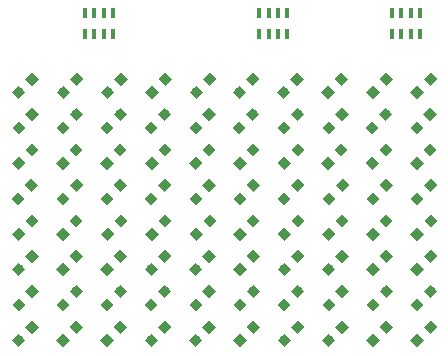
<source format=gbr>
G04 #@! TF.GenerationSoftware,KiCad,Pcbnew,5.1.0*
G04 #@! TF.CreationDate,2019-04-23T22:24:47-05:00*
G04 #@! TF.ProjectId,LedMatrix,4c65644d-6174-4726-9978-2e6b69636164,rev?*
G04 #@! TF.SameCoordinates,Original*
G04 #@! TF.FileFunction,Paste,Top*
G04 #@! TF.FilePolarity,Positive*
%FSLAX46Y46*%
G04 Gerber Fmt 4.6, Leading zero omitted, Abs format (unit mm)*
G04 Created by KiCad (PCBNEW 5.1.0) date 2019-04-23 22:24:47*
%MOMM*%
%LPD*%
G04 APERTURE LIST*
%ADD10R,0.400000X0.900000*%
%ADD11C,0.800000*%
%ADD12C,0.100000*%
G04 APERTURE END LIST*
D10*
X136350000Y-50850000D03*
X137150000Y-50850000D03*
X135550000Y-50850000D03*
X137950000Y-50850000D03*
X135550000Y-49150000D03*
X136350000Y-49150000D03*
X137150000Y-49150000D03*
X137950000Y-49150000D03*
X110350000Y-50850000D03*
X111150000Y-50850000D03*
X109550000Y-50850000D03*
X111950000Y-50850000D03*
X109550000Y-49150000D03*
X110350000Y-49150000D03*
X111150000Y-49150000D03*
X111950000Y-49150000D03*
X126700000Y-49150000D03*
X125900000Y-49150000D03*
X125100000Y-49150000D03*
X124300000Y-49150000D03*
X126700000Y-50850000D03*
X124300000Y-50850000D03*
X125900000Y-50850000D03*
X125100000Y-50850000D03*
D11*
X103934315Y-55815685D03*
D12*
G36*
X103934315Y-55250000D02*
G01*
X104500000Y-55815685D01*
X103934315Y-56381370D01*
X103368630Y-55815685D01*
X103934315Y-55250000D01*
X103934315Y-55250000D01*
G37*
D11*
X105065685Y-54684315D03*
D12*
G36*
X105065685Y-54118630D02*
G01*
X105631370Y-54684315D01*
X105065685Y-55250000D01*
X104500000Y-54684315D01*
X105065685Y-54118630D01*
X105065685Y-54118630D01*
G37*
D11*
X108865685Y-54684315D03*
D12*
G36*
X108865685Y-54118630D02*
G01*
X109431370Y-54684315D01*
X108865685Y-55250000D01*
X108300000Y-54684315D01*
X108865685Y-54118630D01*
X108865685Y-54118630D01*
G37*
D11*
X107734315Y-55815685D03*
D12*
G36*
X107734315Y-55250000D02*
G01*
X108300000Y-55815685D01*
X107734315Y-56381370D01*
X107168630Y-55815685D01*
X107734315Y-55250000D01*
X107734315Y-55250000D01*
G37*
D11*
X111484315Y-55815685D03*
D12*
G36*
X111484315Y-55250000D02*
G01*
X112050000Y-55815685D01*
X111484315Y-56381370D01*
X110918630Y-55815685D01*
X111484315Y-55250000D01*
X111484315Y-55250000D01*
G37*
D11*
X112615685Y-54684315D03*
D12*
G36*
X112615685Y-54118630D02*
G01*
X113181370Y-54684315D01*
X112615685Y-55250000D01*
X112050000Y-54684315D01*
X112615685Y-54118630D01*
X112615685Y-54118630D01*
G37*
D11*
X115234315Y-55815685D03*
D12*
G36*
X115234315Y-55250000D02*
G01*
X115800000Y-55815685D01*
X115234315Y-56381370D01*
X114668630Y-55815685D01*
X115234315Y-55250000D01*
X115234315Y-55250000D01*
G37*
D11*
X116365685Y-54684315D03*
D12*
G36*
X116365685Y-54118630D02*
G01*
X116931370Y-54684315D01*
X116365685Y-55250000D01*
X115800000Y-54684315D01*
X116365685Y-54118630D01*
X116365685Y-54118630D01*
G37*
D11*
X118984315Y-55815685D03*
D12*
G36*
X118984315Y-55250000D02*
G01*
X119550000Y-55815685D01*
X118984315Y-56381370D01*
X118418630Y-55815685D01*
X118984315Y-55250000D01*
X118984315Y-55250000D01*
G37*
D11*
X120115685Y-54684315D03*
D12*
G36*
X120115685Y-54118630D02*
G01*
X120681370Y-54684315D01*
X120115685Y-55250000D01*
X119550000Y-54684315D01*
X120115685Y-54118630D01*
X120115685Y-54118630D01*
G37*
D11*
X122634315Y-55815685D03*
D12*
G36*
X122634315Y-55250000D02*
G01*
X123200000Y-55815685D01*
X122634315Y-56381370D01*
X122068630Y-55815685D01*
X122634315Y-55250000D01*
X122634315Y-55250000D01*
G37*
D11*
X123765685Y-54684315D03*
D12*
G36*
X123765685Y-54118630D02*
G01*
X124331370Y-54684315D01*
X123765685Y-55250000D01*
X123200000Y-54684315D01*
X123765685Y-54118630D01*
X123765685Y-54118630D01*
G37*
D11*
X126384315Y-55815685D03*
D12*
G36*
X126384315Y-55250000D02*
G01*
X126950000Y-55815685D01*
X126384315Y-56381370D01*
X125818630Y-55815685D01*
X126384315Y-55250000D01*
X126384315Y-55250000D01*
G37*
D11*
X127515685Y-54684315D03*
D12*
G36*
X127515685Y-54118630D02*
G01*
X128081370Y-54684315D01*
X127515685Y-55250000D01*
X126950000Y-54684315D01*
X127515685Y-54118630D01*
X127515685Y-54118630D01*
G37*
D11*
X130134315Y-55815685D03*
D12*
G36*
X130134315Y-55250000D02*
G01*
X130700000Y-55815685D01*
X130134315Y-56381370D01*
X129568630Y-55815685D01*
X130134315Y-55250000D01*
X130134315Y-55250000D01*
G37*
D11*
X131265685Y-54684315D03*
D12*
G36*
X131265685Y-54118630D02*
G01*
X131831370Y-54684315D01*
X131265685Y-55250000D01*
X130700000Y-54684315D01*
X131265685Y-54118630D01*
X131265685Y-54118630D01*
G37*
D11*
X133934315Y-55815685D03*
D12*
G36*
X133934315Y-55250000D02*
G01*
X134500000Y-55815685D01*
X133934315Y-56381370D01*
X133368630Y-55815685D01*
X133934315Y-55250000D01*
X133934315Y-55250000D01*
G37*
D11*
X135065685Y-54684315D03*
D12*
G36*
X135065685Y-54118630D02*
G01*
X135631370Y-54684315D01*
X135065685Y-55250000D01*
X134500000Y-54684315D01*
X135065685Y-54118630D01*
X135065685Y-54118630D01*
G37*
D11*
X137684315Y-55815685D03*
D12*
G36*
X137684315Y-55250000D02*
G01*
X138250000Y-55815685D01*
X137684315Y-56381370D01*
X137118630Y-55815685D01*
X137684315Y-55250000D01*
X137684315Y-55250000D01*
G37*
D11*
X138815685Y-54684315D03*
D12*
G36*
X138815685Y-54118630D02*
G01*
X139381370Y-54684315D01*
X138815685Y-55250000D01*
X138250000Y-54684315D01*
X138815685Y-54118630D01*
X138815685Y-54118630D01*
G37*
D11*
X105065685Y-57684315D03*
D12*
G36*
X105065685Y-57118630D02*
G01*
X105631370Y-57684315D01*
X105065685Y-58250000D01*
X104500000Y-57684315D01*
X105065685Y-57118630D01*
X105065685Y-57118630D01*
G37*
D11*
X103934315Y-58815685D03*
D12*
G36*
X103934315Y-58250000D02*
G01*
X104500000Y-58815685D01*
X103934315Y-59381370D01*
X103368630Y-58815685D01*
X103934315Y-58250000D01*
X103934315Y-58250000D01*
G37*
D11*
X108815685Y-57684315D03*
D12*
G36*
X108815685Y-57118630D02*
G01*
X109381370Y-57684315D01*
X108815685Y-58250000D01*
X108250000Y-57684315D01*
X108815685Y-57118630D01*
X108815685Y-57118630D01*
G37*
D11*
X107684315Y-58815685D03*
D12*
G36*
X107684315Y-58250000D02*
G01*
X108250000Y-58815685D01*
X107684315Y-59381370D01*
X107118630Y-58815685D01*
X107684315Y-58250000D01*
X107684315Y-58250000D01*
G37*
D11*
X112565685Y-57684315D03*
D12*
G36*
X112565685Y-57118630D02*
G01*
X113131370Y-57684315D01*
X112565685Y-58250000D01*
X112000000Y-57684315D01*
X112565685Y-57118630D01*
X112565685Y-57118630D01*
G37*
D11*
X111434315Y-58815685D03*
D12*
G36*
X111434315Y-58250000D02*
G01*
X112000000Y-58815685D01*
X111434315Y-59381370D01*
X110868630Y-58815685D01*
X111434315Y-58250000D01*
X111434315Y-58250000D01*
G37*
D11*
X116315685Y-57684315D03*
D12*
G36*
X116315685Y-57118630D02*
G01*
X116881370Y-57684315D01*
X116315685Y-58250000D01*
X115750000Y-57684315D01*
X116315685Y-57118630D01*
X116315685Y-57118630D01*
G37*
D11*
X115184315Y-58815685D03*
D12*
G36*
X115184315Y-58250000D02*
G01*
X115750000Y-58815685D01*
X115184315Y-59381370D01*
X114618630Y-58815685D01*
X115184315Y-58250000D01*
X115184315Y-58250000D01*
G37*
D11*
X120065685Y-57684315D03*
D12*
G36*
X120065685Y-57118630D02*
G01*
X120631370Y-57684315D01*
X120065685Y-58250000D01*
X119500000Y-57684315D01*
X120065685Y-57118630D01*
X120065685Y-57118630D01*
G37*
D11*
X118934315Y-58815685D03*
D12*
G36*
X118934315Y-58250000D02*
G01*
X119500000Y-58815685D01*
X118934315Y-59381370D01*
X118368630Y-58815685D01*
X118934315Y-58250000D01*
X118934315Y-58250000D01*
G37*
D11*
X123765685Y-57684315D03*
D12*
G36*
X123765685Y-57118630D02*
G01*
X124331370Y-57684315D01*
X123765685Y-58250000D01*
X123200000Y-57684315D01*
X123765685Y-57118630D01*
X123765685Y-57118630D01*
G37*
D11*
X122634315Y-58815685D03*
D12*
G36*
X122634315Y-58250000D02*
G01*
X123200000Y-58815685D01*
X122634315Y-59381370D01*
X122068630Y-58815685D01*
X122634315Y-58250000D01*
X122634315Y-58250000D01*
G37*
D11*
X127565685Y-57684315D03*
D12*
G36*
X127565685Y-57118630D02*
G01*
X128131370Y-57684315D01*
X127565685Y-58250000D01*
X127000000Y-57684315D01*
X127565685Y-57118630D01*
X127565685Y-57118630D01*
G37*
D11*
X126434315Y-58815685D03*
D12*
G36*
X126434315Y-58250000D02*
G01*
X127000000Y-58815685D01*
X126434315Y-59381370D01*
X125868630Y-58815685D01*
X126434315Y-58250000D01*
X126434315Y-58250000D01*
G37*
D11*
X131315685Y-57684315D03*
D12*
G36*
X131315685Y-57118630D02*
G01*
X131881370Y-57684315D01*
X131315685Y-58250000D01*
X130750000Y-57684315D01*
X131315685Y-57118630D01*
X131315685Y-57118630D01*
G37*
D11*
X130184315Y-58815685D03*
D12*
G36*
X130184315Y-58250000D02*
G01*
X130750000Y-58815685D01*
X130184315Y-59381370D01*
X129618630Y-58815685D01*
X130184315Y-58250000D01*
X130184315Y-58250000D01*
G37*
D11*
X135015685Y-57684315D03*
D12*
G36*
X135015685Y-57118630D02*
G01*
X135581370Y-57684315D01*
X135015685Y-58250000D01*
X134450000Y-57684315D01*
X135015685Y-57118630D01*
X135015685Y-57118630D01*
G37*
D11*
X133884315Y-58815685D03*
D12*
G36*
X133884315Y-58250000D02*
G01*
X134450000Y-58815685D01*
X133884315Y-59381370D01*
X133318630Y-58815685D01*
X133884315Y-58250000D01*
X133884315Y-58250000D01*
G37*
D11*
X138765685Y-57684315D03*
D12*
G36*
X138765685Y-57118630D02*
G01*
X139331370Y-57684315D01*
X138765685Y-58250000D01*
X138200000Y-57684315D01*
X138765685Y-57118630D01*
X138765685Y-57118630D01*
G37*
D11*
X137634315Y-58815685D03*
D12*
G36*
X137634315Y-58250000D02*
G01*
X138200000Y-58815685D01*
X137634315Y-59381370D01*
X137068630Y-58815685D01*
X137634315Y-58250000D01*
X137634315Y-58250000D01*
G37*
D11*
X105065685Y-60684315D03*
D12*
G36*
X105065685Y-60118630D02*
G01*
X105631370Y-60684315D01*
X105065685Y-61250000D01*
X104500000Y-60684315D01*
X105065685Y-60118630D01*
X105065685Y-60118630D01*
G37*
D11*
X103934315Y-61815685D03*
D12*
G36*
X103934315Y-61250000D02*
G01*
X104500000Y-61815685D01*
X103934315Y-62381370D01*
X103368630Y-61815685D01*
X103934315Y-61250000D01*
X103934315Y-61250000D01*
G37*
D11*
X107684315Y-61815685D03*
D12*
G36*
X107684315Y-61250000D02*
G01*
X108250000Y-61815685D01*
X107684315Y-62381370D01*
X107118630Y-61815685D01*
X107684315Y-61250000D01*
X107684315Y-61250000D01*
G37*
D11*
X108815685Y-60684315D03*
D12*
G36*
X108815685Y-60118630D02*
G01*
X109381370Y-60684315D01*
X108815685Y-61250000D01*
X108250000Y-60684315D01*
X108815685Y-60118630D01*
X108815685Y-60118630D01*
G37*
D11*
X111434315Y-61815685D03*
D12*
G36*
X111434315Y-61250000D02*
G01*
X112000000Y-61815685D01*
X111434315Y-62381370D01*
X110868630Y-61815685D01*
X111434315Y-61250000D01*
X111434315Y-61250000D01*
G37*
D11*
X112565685Y-60684315D03*
D12*
G36*
X112565685Y-60118630D02*
G01*
X113131370Y-60684315D01*
X112565685Y-61250000D01*
X112000000Y-60684315D01*
X112565685Y-60118630D01*
X112565685Y-60118630D01*
G37*
D11*
X115234315Y-61815685D03*
D12*
G36*
X115234315Y-61250000D02*
G01*
X115800000Y-61815685D01*
X115234315Y-62381370D01*
X114668630Y-61815685D01*
X115234315Y-61250000D01*
X115234315Y-61250000D01*
G37*
D11*
X116365685Y-60684315D03*
D12*
G36*
X116365685Y-60118630D02*
G01*
X116931370Y-60684315D01*
X116365685Y-61250000D01*
X115800000Y-60684315D01*
X116365685Y-60118630D01*
X116365685Y-60118630D01*
G37*
D11*
X120065685Y-60684315D03*
D12*
G36*
X120065685Y-60118630D02*
G01*
X120631370Y-60684315D01*
X120065685Y-61250000D01*
X119500000Y-60684315D01*
X120065685Y-60118630D01*
X120065685Y-60118630D01*
G37*
D11*
X118934315Y-61815685D03*
D12*
G36*
X118934315Y-61250000D02*
G01*
X119500000Y-61815685D01*
X118934315Y-62381370D01*
X118368630Y-61815685D01*
X118934315Y-61250000D01*
X118934315Y-61250000D01*
G37*
D11*
X122684315Y-61815685D03*
D12*
G36*
X122684315Y-61250000D02*
G01*
X123250000Y-61815685D01*
X122684315Y-62381370D01*
X122118630Y-61815685D01*
X122684315Y-61250000D01*
X122684315Y-61250000D01*
G37*
D11*
X123815685Y-60684315D03*
D12*
G36*
X123815685Y-60118630D02*
G01*
X124381370Y-60684315D01*
X123815685Y-61250000D01*
X123250000Y-60684315D01*
X123815685Y-60118630D01*
X123815685Y-60118630D01*
G37*
D11*
X126434315Y-61815685D03*
D12*
G36*
X126434315Y-61250000D02*
G01*
X127000000Y-61815685D01*
X126434315Y-62381370D01*
X125868630Y-61815685D01*
X126434315Y-61250000D01*
X126434315Y-61250000D01*
G37*
D11*
X127565685Y-60684315D03*
D12*
G36*
X127565685Y-60118630D02*
G01*
X128131370Y-60684315D01*
X127565685Y-61250000D01*
X127000000Y-60684315D01*
X127565685Y-60118630D01*
X127565685Y-60118630D01*
G37*
D11*
X130134315Y-61815685D03*
D12*
G36*
X130134315Y-61250000D02*
G01*
X130700000Y-61815685D01*
X130134315Y-62381370D01*
X129568630Y-61815685D01*
X130134315Y-61250000D01*
X130134315Y-61250000D01*
G37*
D11*
X131265685Y-60684315D03*
D12*
G36*
X131265685Y-60118630D02*
G01*
X131831370Y-60684315D01*
X131265685Y-61250000D01*
X130700000Y-60684315D01*
X131265685Y-60118630D01*
X131265685Y-60118630D01*
G37*
D11*
X133884315Y-61815685D03*
D12*
G36*
X133884315Y-61250000D02*
G01*
X134450000Y-61815685D01*
X133884315Y-62381370D01*
X133318630Y-61815685D01*
X133884315Y-61250000D01*
X133884315Y-61250000D01*
G37*
D11*
X135015685Y-60684315D03*
D12*
G36*
X135015685Y-60118630D02*
G01*
X135581370Y-60684315D01*
X135015685Y-61250000D01*
X134450000Y-60684315D01*
X135015685Y-60118630D01*
X135015685Y-60118630D01*
G37*
D11*
X137659315Y-61815685D03*
D12*
G36*
X137659315Y-61250000D02*
G01*
X138225000Y-61815685D01*
X137659315Y-62381370D01*
X137093630Y-61815685D01*
X137659315Y-61250000D01*
X137659315Y-61250000D01*
G37*
D11*
X138790685Y-60684315D03*
D12*
G36*
X138790685Y-60118630D02*
G01*
X139356370Y-60684315D01*
X138790685Y-61250000D01*
X138225000Y-60684315D01*
X138790685Y-60118630D01*
X138790685Y-60118630D01*
G37*
D11*
X105015685Y-63684315D03*
D12*
G36*
X105015685Y-63118630D02*
G01*
X105581370Y-63684315D01*
X105015685Y-64250000D01*
X104450000Y-63684315D01*
X105015685Y-63118630D01*
X105015685Y-63118630D01*
G37*
D11*
X103884315Y-64815685D03*
D12*
G36*
X103884315Y-64250000D02*
G01*
X104450000Y-64815685D01*
X103884315Y-65381370D01*
X103318630Y-64815685D01*
X103884315Y-64250000D01*
X103884315Y-64250000D01*
G37*
D11*
X108865685Y-63684315D03*
D12*
G36*
X108865685Y-63118630D02*
G01*
X109431370Y-63684315D01*
X108865685Y-64250000D01*
X108300000Y-63684315D01*
X108865685Y-63118630D01*
X108865685Y-63118630D01*
G37*
D11*
X107734315Y-64815685D03*
D12*
G36*
X107734315Y-64250000D02*
G01*
X108300000Y-64815685D01*
X107734315Y-65381370D01*
X107168630Y-64815685D01*
X107734315Y-64250000D01*
X107734315Y-64250000D01*
G37*
D11*
X112565685Y-63684315D03*
D12*
G36*
X112565685Y-63118630D02*
G01*
X113131370Y-63684315D01*
X112565685Y-64250000D01*
X112000000Y-63684315D01*
X112565685Y-63118630D01*
X112565685Y-63118630D01*
G37*
D11*
X111434315Y-64815685D03*
D12*
G36*
X111434315Y-64250000D02*
G01*
X112000000Y-64815685D01*
X111434315Y-65381370D01*
X110868630Y-64815685D01*
X111434315Y-64250000D01*
X111434315Y-64250000D01*
G37*
D11*
X116315685Y-63684315D03*
D12*
G36*
X116315685Y-63118630D02*
G01*
X116881370Y-63684315D01*
X116315685Y-64250000D01*
X115750000Y-63684315D01*
X116315685Y-63118630D01*
X116315685Y-63118630D01*
G37*
D11*
X115184315Y-64815685D03*
D12*
G36*
X115184315Y-64250000D02*
G01*
X115750000Y-64815685D01*
X115184315Y-65381370D01*
X114618630Y-64815685D01*
X115184315Y-64250000D01*
X115184315Y-64250000D01*
G37*
D11*
X118934315Y-64815685D03*
D12*
G36*
X118934315Y-64250000D02*
G01*
X119500000Y-64815685D01*
X118934315Y-65381370D01*
X118368630Y-64815685D01*
X118934315Y-64250000D01*
X118934315Y-64250000D01*
G37*
D11*
X120065685Y-63684315D03*
D12*
G36*
X120065685Y-63118630D02*
G01*
X120631370Y-63684315D01*
X120065685Y-64250000D01*
X119500000Y-63684315D01*
X120065685Y-63118630D01*
X120065685Y-63118630D01*
G37*
D11*
X123815685Y-63684315D03*
D12*
G36*
X123815685Y-63118630D02*
G01*
X124381370Y-63684315D01*
X123815685Y-64250000D01*
X123250000Y-63684315D01*
X123815685Y-63118630D01*
X123815685Y-63118630D01*
G37*
D11*
X122684315Y-64815685D03*
D12*
G36*
X122684315Y-64250000D02*
G01*
X123250000Y-64815685D01*
X122684315Y-65381370D01*
X122118630Y-64815685D01*
X122684315Y-64250000D01*
X122684315Y-64250000D01*
G37*
D11*
X127565685Y-63684315D03*
D12*
G36*
X127565685Y-63118630D02*
G01*
X128131370Y-63684315D01*
X127565685Y-64250000D01*
X127000000Y-63684315D01*
X127565685Y-63118630D01*
X127565685Y-63118630D01*
G37*
D11*
X126434315Y-64815685D03*
D12*
G36*
X126434315Y-64250000D02*
G01*
X127000000Y-64815685D01*
X126434315Y-65381370D01*
X125868630Y-64815685D01*
X126434315Y-64250000D01*
X126434315Y-64250000D01*
G37*
D11*
X131365685Y-63684315D03*
D12*
G36*
X131365685Y-63118630D02*
G01*
X131931370Y-63684315D01*
X131365685Y-64250000D01*
X130800000Y-63684315D01*
X131365685Y-63118630D01*
X131365685Y-63118630D01*
G37*
D11*
X130234315Y-64815685D03*
D12*
G36*
X130234315Y-64250000D02*
G01*
X130800000Y-64815685D01*
X130234315Y-65381370D01*
X129668630Y-64815685D01*
X130234315Y-64250000D01*
X130234315Y-64250000D01*
G37*
D11*
X135065685Y-63684315D03*
D12*
G36*
X135065685Y-63118630D02*
G01*
X135631370Y-63684315D01*
X135065685Y-64250000D01*
X134500000Y-63684315D01*
X135065685Y-63118630D01*
X135065685Y-63118630D01*
G37*
D11*
X133934315Y-64815685D03*
D12*
G36*
X133934315Y-64250000D02*
G01*
X134500000Y-64815685D01*
X133934315Y-65381370D01*
X133368630Y-64815685D01*
X133934315Y-64250000D01*
X133934315Y-64250000D01*
G37*
D11*
X138815685Y-63684315D03*
D12*
G36*
X138815685Y-63118630D02*
G01*
X139381370Y-63684315D01*
X138815685Y-64250000D01*
X138250000Y-63684315D01*
X138815685Y-63118630D01*
X138815685Y-63118630D01*
G37*
D11*
X137684315Y-64815685D03*
D12*
G36*
X137684315Y-64250000D02*
G01*
X138250000Y-64815685D01*
X137684315Y-65381370D01*
X137118630Y-64815685D01*
X137684315Y-64250000D01*
X137684315Y-64250000D01*
G37*
D11*
X103934315Y-67815685D03*
D12*
G36*
X103934315Y-67250000D02*
G01*
X104500000Y-67815685D01*
X103934315Y-68381370D01*
X103368630Y-67815685D01*
X103934315Y-67250000D01*
X103934315Y-67250000D01*
G37*
D11*
X105065685Y-66684315D03*
D12*
G36*
X105065685Y-66118630D02*
G01*
X105631370Y-66684315D01*
X105065685Y-67250000D01*
X104500000Y-66684315D01*
X105065685Y-66118630D01*
X105065685Y-66118630D01*
G37*
D11*
X107684315Y-67815685D03*
D12*
G36*
X107684315Y-67250000D02*
G01*
X108250000Y-67815685D01*
X107684315Y-68381370D01*
X107118630Y-67815685D01*
X107684315Y-67250000D01*
X107684315Y-67250000D01*
G37*
D11*
X108815685Y-66684315D03*
D12*
G36*
X108815685Y-66118630D02*
G01*
X109381370Y-66684315D01*
X108815685Y-67250000D01*
X108250000Y-66684315D01*
X108815685Y-66118630D01*
X108815685Y-66118630D01*
G37*
D11*
X111484315Y-67815685D03*
D12*
G36*
X111484315Y-67250000D02*
G01*
X112050000Y-67815685D01*
X111484315Y-68381370D01*
X110918630Y-67815685D01*
X111484315Y-67250000D01*
X111484315Y-67250000D01*
G37*
D11*
X112615685Y-66684315D03*
D12*
G36*
X112615685Y-66118630D02*
G01*
X113181370Y-66684315D01*
X112615685Y-67250000D01*
X112050000Y-66684315D01*
X112615685Y-66118630D01*
X112615685Y-66118630D01*
G37*
D11*
X115234315Y-67815685D03*
D12*
G36*
X115234315Y-67250000D02*
G01*
X115800000Y-67815685D01*
X115234315Y-68381370D01*
X114668630Y-67815685D01*
X115234315Y-67250000D01*
X115234315Y-67250000D01*
G37*
D11*
X116365685Y-66684315D03*
D12*
G36*
X116365685Y-66118630D02*
G01*
X116931370Y-66684315D01*
X116365685Y-67250000D01*
X115800000Y-66684315D01*
X116365685Y-66118630D01*
X116365685Y-66118630D01*
G37*
D11*
X118984315Y-67815685D03*
D12*
G36*
X118984315Y-67250000D02*
G01*
X119550000Y-67815685D01*
X118984315Y-68381370D01*
X118418630Y-67815685D01*
X118984315Y-67250000D01*
X118984315Y-67250000D01*
G37*
D11*
X120115685Y-66684315D03*
D12*
G36*
X120115685Y-66118630D02*
G01*
X120681370Y-66684315D01*
X120115685Y-67250000D01*
X119550000Y-66684315D01*
X120115685Y-66118630D01*
X120115685Y-66118630D01*
G37*
D11*
X122684315Y-67815685D03*
D12*
G36*
X122684315Y-67250000D02*
G01*
X123250000Y-67815685D01*
X122684315Y-68381370D01*
X122118630Y-67815685D01*
X122684315Y-67250000D01*
X122684315Y-67250000D01*
G37*
D11*
X123815685Y-66684315D03*
D12*
G36*
X123815685Y-66118630D02*
G01*
X124381370Y-66684315D01*
X123815685Y-67250000D01*
X123250000Y-66684315D01*
X123815685Y-66118630D01*
X123815685Y-66118630D01*
G37*
D11*
X127565685Y-66684315D03*
D12*
G36*
X127565685Y-66118630D02*
G01*
X128131370Y-66684315D01*
X127565685Y-67250000D01*
X127000000Y-66684315D01*
X127565685Y-66118630D01*
X127565685Y-66118630D01*
G37*
D11*
X126434315Y-67815685D03*
D12*
G36*
X126434315Y-67250000D02*
G01*
X127000000Y-67815685D01*
X126434315Y-68381370D01*
X125868630Y-67815685D01*
X126434315Y-67250000D01*
X126434315Y-67250000D01*
G37*
D11*
X130184315Y-67815685D03*
D12*
G36*
X130184315Y-67250000D02*
G01*
X130750000Y-67815685D01*
X130184315Y-68381370D01*
X129618630Y-67815685D01*
X130184315Y-67250000D01*
X130184315Y-67250000D01*
G37*
D11*
X131315685Y-66684315D03*
D12*
G36*
X131315685Y-66118630D02*
G01*
X131881370Y-66684315D01*
X131315685Y-67250000D01*
X130750000Y-66684315D01*
X131315685Y-66118630D01*
X131315685Y-66118630D01*
G37*
D11*
X133934315Y-67815685D03*
D12*
G36*
X133934315Y-67250000D02*
G01*
X134500000Y-67815685D01*
X133934315Y-68381370D01*
X133368630Y-67815685D01*
X133934315Y-67250000D01*
X133934315Y-67250000D01*
G37*
D11*
X135065685Y-66684315D03*
D12*
G36*
X135065685Y-66118630D02*
G01*
X135631370Y-66684315D01*
X135065685Y-67250000D01*
X134500000Y-66684315D01*
X135065685Y-66118630D01*
X135065685Y-66118630D01*
G37*
D11*
X137684315Y-67815685D03*
D12*
G36*
X137684315Y-67250000D02*
G01*
X138250000Y-67815685D01*
X137684315Y-68381370D01*
X137118630Y-67815685D01*
X137684315Y-67250000D01*
X137684315Y-67250000D01*
G37*
D11*
X138815685Y-66684315D03*
D12*
G36*
X138815685Y-66118630D02*
G01*
X139381370Y-66684315D01*
X138815685Y-67250000D01*
X138250000Y-66684315D01*
X138815685Y-66118630D01*
X138815685Y-66118630D01*
G37*
D11*
X105065685Y-69684315D03*
D12*
G36*
X105065685Y-69118630D02*
G01*
X105631370Y-69684315D01*
X105065685Y-70250000D01*
X104500000Y-69684315D01*
X105065685Y-69118630D01*
X105065685Y-69118630D01*
G37*
D11*
X103934315Y-70815685D03*
D12*
G36*
X103934315Y-70250000D02*
G01*
X104500000Y-70815685D01*
X103934315Y-71381370D01*
X103368630Y-70815685D01*
X103934315Y-70250000D01*
X103934315Y-70250000D01*
G37*
D11*
X108815685Y-69684315D03*
D12*
G36*
X108815685Y-69118630D02*
G01*
X109381370Y-69684315D01*
X108815685Y-70250000D01*
X108250000Y-69684315D01*
X108815685Y-69118630D01*
X108815685Y-69118630D01*
G37*
D11*
X107684315Y-70815685D03*
D12*
G36*
X107684315Y-70250000D02*
G01*
X108250000Y-70815685D01*
X107684315Y-71381370D01*
X107118630Y-70815685D01*
X107684315Y-70250000D01*
X107684315Y-70250000D01*
G37*
D11*
X112565685Y-69684315D03*
D12*
G36*
X112565685Y-69118630D02*
G01*
X113131370Y-69684315D01*
X112565685Y-70250000D01*
X112000000Y-69684315D01*
X112565685Y-69118630D01*
X112565685Y-69118630D01*
G37*
D11*
X111434315Y-70815685D03*
D12*
G36*
X111434315Y-70250000D02*
G01*
X112000000Y-70815685D01*
X111434315Y-71381370D01*
X110868630Y-70815685D01*
X111434315Y-70250000D01*
X111434315Y-70250000D01*
G37*
D11*
X115184315Y-70815685D03*
D12*
G36*
X115184315Y-70250000D02*
G01*
X115750000Y-70815685D01*
X115184315Y-71381370D01*
X114618630Y-70815685D01*
X115184315Y-70250000D01*
X115184315Y-70250000D01*
G37*
D11*
X116315685Y-69684315D03*
D12*
G36*
X116315685Y-69118630D02*
G01*
X116881370Y-69684315D01*
X116315685Y-70250000D01*
X115750000Y-69684315D01*
X116315685Y-69118630D01*
X116315685Y-69118630D01*
G37*
D11*
X120065685Y-69684315D03*
D12*
G36*
X120065685Y-69118630D02*
G01*
X120631370Y-69684315D01*
X120065685Y-70250000D01*
X119500000Y-69684315D01*
X120065685Y-69118630D01*
X120065685Y-69118630D01*
G37*
D11*
X118934315Y-70815685D03*
D12*
G36*
X118934315Y-70250000D02*
G01*
X119500000Y-70815685D01*
X118934315Y-71381370D01*
X118368630Y-70815685D01*
X118934315Y-70250000D01*
X118934315Y-70250000D01*
G37*
D11*
X123815685Y-69684315D03*
D12*
G36*
X123815685Y-69118630D02*
G01*
X124381370Y-69684315D01*
X123815685Y-70250000D01*
X123250000Y-69684315D01*
X123815685Y-69118630D01*
X123815685Y-69118630D01*
G37*
D11*
X122684315Y-70815685D03*
D12*
G36*
X122684315Y-70250000D02*
G01*
X123250000Y-70815685D01*
X122684315Y-71381370D01*
X122118630Y-70815685D01*
X122684315Y-70250000D01*
X122684315Y-70250000D01*
G37*
D11*
X126434315Y-70815685D03*
D12*
G36*
X126434315Y-70250000D02*
G01*
X127000000Y-70815685D01*
X126434315Y-71381370D01*
X125868630Y-70815685D01*
X126434315Y-70250000D01*
X126434315Y-70250000D01*
G37*
D11*
X127565685Y-69684315D03*
D12*
G36*
X127565685Y-69118630D02*
G01*
X128131370Y-69684315D01*
X127565685Y-70250000D01*
X127000000Y-69684315D01*
X127565685Y-69118630D01*
X127565685Y-69118630D01*
G37*
D11*
X131315685Y-69684315D03*
D12*
G36*
X131315685Y-69118630D02*
G01*
X131881370Y-69684315D01*
X131315685Y-70250000D01*
X130750000Y-69684315D01*
X131315685Y-69118630D01*
X131315685Y-69118630D01*
G37*
D11*
X130184315Y-70815685D03*
D12*
G36*
X130184315Y-70250000D02*
G01*
X130750000Y-70815685D01*
X130184315Y-71381370D01*
X129618630Y-70815685D01*
X130184315Y-70250000D01*
X130184315Y-70250000D01*
G37*
D11*
X135065685Y-69684315D03*
D12*
G36*
X135065685Y-69118630D02*
G01*
X135631370Y-69684315D01*
X135065685Y-70250000D01*
X134500000Y-69684315D01*
X135065685Y-69118630D01*
X135065685Y-69118630D01*
G37*
D11*
X133934315Y-70815685D03*
D12*
G36*
X133934315Y-70250000D02*
G01*
X134500000Y-70815685D01*
X133934315Y-71381370D01*
X133368630Y-70815685D01*
X133934315Y-70250000D01*
X133934315Y-70250000D01*
G37*
D11*
X138815685Y-69684315D03*
D12*
G36*
X138815685Y-69118630D02*
G01*
X139381370Y-69684315D01*
X138815685Y-70250000D01*
X138250000Y-69684315D01*
X138815685Y-69118630D01*
X138815685Y-69118630D01*
G37*
D11*
X137684315Y-70815685D03*
D12*
G36*
X137684315Y-70250000D02*
G01*
X138250000Y-70815685D01*
X137684315Y-71381370D01*
X137118630Y-70815685D01*
X137684315Y-70250000D01*
X137684315Y-70250000D01*
G37*
D11*
X103934315Y-73815685D03*
D12*
G36*
X103934315Y-73250000D02*
G01*
X104500000Y-73815685D01*
X103934315Y-74381370D01*
X103368630Y-73815685D01*
X103934315Y-73250000D01*
X103934315Y-73250000D01*
G37*
D11*
X105065685Y-72684315D03*
D12*
G36*
X105065685Y-72118630D02*
G01*
X105631370Y-72684315D01*
X105065685Y-73250000D01*
X104500000Y-72684315D01*
X105065685Y-72118630D01*
X105065685Y-72118630D01*
G37*
D11*
X107684315Y-73815685D03*
D12*
G36*
X107684315Y-73250000D02*
G01*
X108250000Y-73815685D01*
X107684315Y-74381370D01*
X107118630Y-73815685D01*
X107684315Y-73250000D01*
X107684315Y-73250000D01*
G37*
D11*
X108815685Y-72684315D03*
D12*
G36*
X108815685Y-72118630D02*
G01*
X109381370Y-72684315D01*
X108815685Y-73250000D01*
X108250000Y-72684315D01*
X108815685Y-72118630D01*
X108815685Y-72118630D01*
G37*
D11*
X111434315Y-73815685D03*
D12*
G36*
X111434315Y-73250000D02*
G01*
X112000000Y-73815685D01*
X111434315Y-74381370D01*
X110868630Y-73815685D01*
X111434315Y-73250000D01*
X111434315Y-73250000D01*
G37*
D11*
X112565685Y-72684315D03*
D12*
G36*
X112565685Y-72118630D02*
G01*
X113131370Y-72684315D01*
X112565685Y-73250000D01*
X112000000Y-72684315D01*
X112565685Y-72118630D01*
X112565685Y-72118630D01*
G37*
D11*
X115184315Y-73815685D03*
D12*
G36*
X115184315Y-73250000D02*
G01*
X115750000Y-73815685D01*
X115184315Y-74381370D01*
X114618630Y-73815685D01*
X115184315Y-73250000D01*
X115184315Y-73250000D01*
G37*
D11*
X116315685Y-72684315D03*
D12*
G36*
X116315685Y-72118630D02*
G01*
X116881370Y-72684315D01*
X116315685Y-73250000D01*
X115750000Y-72684315D01*
X116315685Y-72118630D01*
X116315685Y-72118630D01*
G37*
D11*
X118934315Y-73815685D03*
D12*
G36*
X118934315Y-73250000D02*
G01*
X119500000Y-73815685D01*
X118934315Y-74381370D01*
X118368630Y-73815685D01*
X118934315Y-73250000D01*
X118934315Y-73250000D01*
G37*
D11*
X120065685Y-72684315D03*
D12*
G36*
X120065685Y-72118630D02*
G01*
X120631370Y-72684315D01*
X120065685Y-73250000D01*
X119500000Y-72684315D01*
X120065685Y-72118630D01*
X120065685Y-72118630D01*
G37*
D11*
X122684315Y-73815685D03*
D12*
G36*
X122684315Y-73250000D02*
G01*
X123250000Y-73815685D01*
X122684315Y-74381370D01*
X122118630Y-73815685D01*
X122684315Y-73250000D01*
X122684315Y-73250000D01*
G37*
D11*
X123815685Y-72684315D03*
D12*
G36*
X123815685Y-72118630D02*
G01*
X124381370Y-72684315D01*
X123815685Y-73250000D01*
X123250000Y-72684315D01*
X123815685Y-72118630D01*
X123815685Y-72118630D01*
G37*
D11*
X126434315Y-73815685D03*
D12*
G36*
X126434315Y-73250000D02*
G01*
X127000000Y-73815685D01*
X126434315Y-74381370D01*
X125868630Y-73815685D01*
X126434315Y-73250000D01*
X126434315Y-73250000D01*
G37*
D11*
X127565685Y-72684315D03*
D12*
G36*
X127565685Y-72118630D02*
G01*
X128131370Y-72684315D01*
X127565685Y-73250000D01*
X127000000Y-72684315D01*
X127565685Y-72118630D01*
X127565685Y-72118630D01*
G37*
D11*
X130184315Y-73815685D03*
D12*
G36*
X130184315Y-73250000D02*
G01*
X130750000Y-73815685D01*
X130184315Y-74381370D01*
X129618630Y-73815685D01*
X130184315Y-73250000D01*
X130184315Y-73250000D01*
G37*
D11*
X131315685Y-72684315D03*
D12*
G36*
X131315685Y-72118630D02*
G01*
X131881370Y-72684315D01*
X131315685Y-73250000D01*
X130750000Y-72684315D01*
X131315685Y-72118630D01*
X131315685Y-72118630D01*
G37*
D11*
X133934315Y-73815685D03*
D12*
G36*
X133934315Y-73250000D02*
G01*
X134500000Y-73815685D01*
X133934315Y-74381370D01*
X133368630Y-73815685D01*
X133934315Y-73250000D01*
X133934315Y-73250000D01*
G37*
D11*
X135065685Y-72684315D03*
D12*
G36*
X135065685Y-72118630D02*
G01*
X135631370Y-72684315D01*
X135065685Y-73250000D01*
X134500000Y-72684315D01*
X135065685Y-72118630D01*
X135065685Y-72118630D01*
G37*
D11*
X137684315Y-73815685D03*
D12*
G36*
X137684315Y-73250000D02*
G01*
X138250000Y-73815685D01*
X137684315Y-74381370D01*
X137118630Y-73815685D01*
X137684315Y-73250000D01*
X137684315Y-73250000D01*
G37*
D11*
X138815685Y-72684315D03*
D12*
G36*
X138815685Y-72118630D02*
G01*
X139381370Y-72684315D01*
X138815685Y-73250000D01*
X138250000Y-72684315D01*
X138815685Y-72118630D01*
X138815685Y-72118630D01*
G37*
D11*
X105065685Y-75684315D03*
D12*
G36*
X105065685Y-75118630D02*
G01*
X105631370Y-75684315D01*
X105065685Y-76250000D01*
X104500000Y-75684315D01*
X105065685Y-75118630D01*
X105065685Y-75118630D01*
G37*
D11*
X103934315Y-76815685D03*
D12*
G36*
X103934315Y-76250000D02*
G01*
X104500000Y-76815685D01*
X103934315Y-77381370D01*
X103368630Y-76815685D01*
X103934315Y-76250000D01*
X103934315Y-76250000D01*
G37*
D11*
X108815685Y-75684315D03*
D12*
G36*
X108815685Y-75118630D02*
G01*
X109381370Y-75684315D01*
X108815685Y-76250000D01*
X108250000Y-75684315D01*
X108815685Y-75118630D01*
X108815685Y-75118630D01*
G37*
D11*
X107684315Y-76815685D03*
D12*
G36*
X107684315Y-76250000D02*
G01*
X108250000Y-76815685D01*
X107684315Y-77381370D01*
X107118630Y-76815685D01*
X107684315Y-76250000D01*
X107684315Y-76250000D01*
G37*
D11*
X111434315Y-76815685D03*
D12*
G36*
X111434315Y-76250000D02*
G01*
X112000000Y-76815685D01*
X111434315Y-77381370D01*
X110868630Y-76815685D01*
X111434315Y-76250000D01*
X111434315Y-76250000D01*
G37*
D11*
X112565685Y-75684315D03*
D12*
G36*
X112565685Y-75118630D02*
G01*
X113131370Y-75684315D01*
X112565685Y-76250000D01*
X112000000Y-75684315D01*
X112565685Y-75118630D01*
X112565685Y-75118630D01*
G37*
D11*
X116315685Y-75684315D03*
D12*
G36*
X116315685Y-75118630D02*
G01*
X116881370Y-75684315D01*
X116315685Y-76250000D01*
X115750000Y-75684315D01*
X116315685Y-75118630D01*
X116315685Y-75118630D01*
G37*
D11*
X115184315Y-76815685D03*
D12*
G36*
X115184315Y-76250000D02*
G01*
X115750000Y-76815685D01*
X115184315Y-77381370D01*
X114618630Y-76815685D01*
X115184315Y-76250000D01*
X115184315Y-76250000D01*
G37*
D11*
X120065685Y-75684315D03*
D12*
G36*
X120065685Y-75118630D02*
G01*
X120631370Y-75684315D01*
X120065685Y-76250000D01*
X119500000Y-75684315D01*
X120065685Y-75118630D01*
X120065685Y-75118630D01*
G37*
D11*
X118934315Y-76815685D03*
D12*
G36*
X118934315Y-76250000D02*
G01*
X119500000Y-76815685D01*
X118934315Y-77381370D01*
X118368630Y-76815685D01*
X118934315Y-76250000D01*
X118934315Y-76250000D01*
G37*
D11*
X123815685Y-75684315D03*
D12*
G36*
X123815685Y-75118630D02*
G01*
X124381370Y-75684315D01*
X123815685Y-76250000D01*
X123250000Y-75684315D01*
X123815685Y-75118630D01*
X123815685Y-75118630D01*
G37*
D11*
X122684315Y-76815685D03*
D12*
G36*
X122684315Y-76250000D02*
G01*
X123250000Y-76815685D01*
X122684315Y-77381370D01*
X122118630Y-76815685D01*
X122684315Y-76250000D01*
X122684315Y-76250000D01*
G37*
D11*
X127565685Y-75684315D03*
D12*
G36*
X127565685Y-75118630D02*
G01*
X128131370Y-75684315D01*
X127565685Y-76250000D01*
X127000000Y-75684315D01*
X127565685Y-75118630D01*
X127565685Y-75118630D01*
G37*
D11*
X126434315Y-76815685D03*
D12*
G36*
X126434315Y-76250000D02*
G01*
X127000000Y-76815685D01*
X126434315Y-77381370D01*
X125868630Y-76815685D01*
X126434315Y-76250000D01*
X126434315Y-76250000D01*
G37*
D11*
X131315685Y-75684315D03*
D12*
G36*
X131315685Y-75118630D02*
G01*
X131881370Y-75684315D01*
X131315685Y-76250000D01*
X130750000Y-75684315D01*
X131315685Y-75118630D01*
X131315685Y-75118630D01*
G37*
D11*
X130184315Y-76815685D03*
D12*
G36*
X130184315Y-76250000D02*
G01*
X130750000Y-76815685D01*
X130184315Y-77381370D01*
X129618630Y-76815685D01*
X130184315Y-76250000D01*
X130184315Y-76250000D01*
G37*
D11*
X135065685Y-75684315D03*
D12*
G36*
X135065685Y-75118630D02*
G01*
X135631370Y-75684315D01*
X135065685Y-76250000D01*
X134500000Y-75684315D01*
X135065685Y-75118630D01*
X135065685Y-75118630D01*
G37*
D11*
X133934315Y-76815685D03*
D12*
G36*
X133934315Y-76250000D02*
G01*
X134500000Y-76815685D01*
X133934315Y-77381370D01*
X133368630Y-76815685D01*
X133934315Y-76250000D01*
X133934315Y-76250000D01*
G37*
D11*
X137684315Y-76815685D03*
D12*
G36*
X137684315Y-76250000D02*
G01*
X138250000Y-76815685D01*
X137684315Y-77381370D01*
X137118630Y-76815685D01*
X137684315Y-76250000D01*
X137684315Y-76250000D01*
G37*
D11*
X138815685Y-75684315D03*
D12*
G36*
X138815685Y-75118630D02*
G01*
X139381370Y-75684315D01*
X138815685Y-76250000D01*
X138250000Y-75684315D01*
X138815685Y-75118630D01*
X138815685Y-75118630D01*
G37*
M02*

</source>
